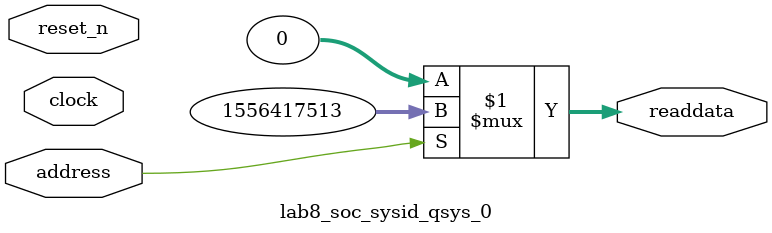
<source format=v>



// synthesis translate_off
`timescale 1ns / 1ps
// synthesis translate_on

// turn off superfluous verilog processor warnings 
// altera message_level Level1 
// altera message_off 10034 10035 10036 10037 10230 10240 10030 

module lab8_soc_sysid_qsys_0 (
               // inputs:
                address,
                clock,
                reset_n,

               // outputs:
                readdata
             )
;

  output  [ 31: 0] readdata;
  input            address;
  input            clock;
  input            reset_n;

  wire    [ 31: 0] readdata;
  //control_slave, which is an e_avalon_slave
  assign readdata = address ? 1556417513 : 0;

endmodule



</source>
